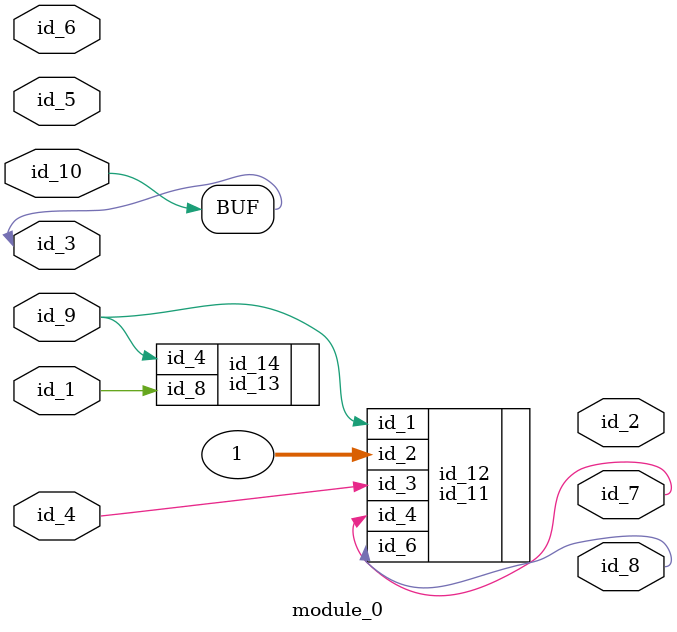
<source format=v>
module module_0 (
    id_1,
    id_2,
    id_3,
    id_4,
    id_5,
    id_6,
    id_7,
    id_8,
    id_9,
    id_10
);
  input id_10;
  input id_9;
  output id_8;
  output id_7;
  input id_6;
  input id_5;
  input id_4;
  input id_3;
  output id_2;
  input id_1;
  id_11 id_12 (
      .id_3(id_4),
      .id_6(id_8),
      .id_4(id_7),
      .id_2(1),
      .id_1(id_9)
  );
  id_13 id_14 (
      .id_8(id_1),
      .id_4(id_9)
  );
  assign id_3 = id_10;
endmodule

</source>
